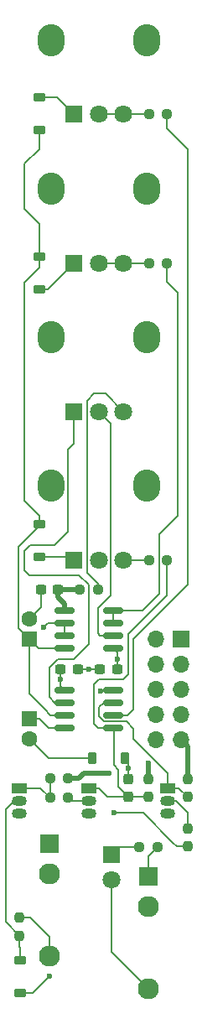
<source format=gbr>
%TF.GenerationSoftware,KiCad,Pcbnew,8.0.0*%
%TF.CreationDate,2024-08-25T22:12:22-07:00*%
%TF.ProjectId,adsr,61647372-2e6b-4696-9361-645f70636258,rev?*%
%TF.SameCoordinates,Original*%
%TF.FileFunction,Copper,L2,Bot*%
%TF.FilePolarity,Positive*%
%FSLAX46Y46*%
G04 Gerber Fmt 4.6, Leading zero omitted, Abs format (unit mm)*
G04 Created by KiCad (PCBNEW 8.0.0) date 2024-08-25 22:12:22*
%MOMM*%
%LPD*%
G01*
G04 APERTURE LIST*
G04 Aperture macros list*
%AMRoundRect*
0 Rectangle with rounded corners*
0 $1 Rounding radius*
0 $2 $3 $4 $5 $6 $7 $8 $9 X,Y pos of 4 corners*
0 Add a 4 corners polygon primitive as box body*
4,1,4,$2,$3,$4,$5,$6,$7,$8,$9,$2,$3,0*
0 Add four circle primitives for the rounded corners*
1,1,$1+$1,$2,$3*
1,1,$1+$1,$4,$5*
1,1,$1+$1,$6,$7*
1,1,$1+$1,$8,$9*
0 Add four rect primitives between the rounded corners*
20,1,$1+$1,$2,$3,$4,$5,0*
20,1,$1+$1,$4,$5,$6,$7,0*
20,1,$1+$1,$6,$7,$8,$9,0*
20,1,$1+$1,$8,$9,$2,$3,0*%
G04 Aperture macros list end*
%TA.AperFunction,ComponentPad*%
%ADD10R,1.930000X1.830000*%
%TD*%
%TA.AperFunction,ComponentPad*%
%ADD11C,2.130000*%
%TD*%
%TA.AperFunction,ComponentPad*%
%ADD12R,1.500000X1.050000*%
%TD*%
%TA.AperFunction,ComponentPad*%
%ADD13O,1.500000X1.050000*%
%TD*%
%TA.AperFunction,ComponentPad*%
%ADD14O,2.720000X3.240000*%
%TD*%
%TA.AperFunction,ComponentPad*%
%ADD15R,1.800000X1.800000*%
%TD*%
%TA.AperFunction,ComponentPad*%
%ADD16C,1.800000*%
%TD*%
%TA.AperFunction,ComponentPad*%
%ADD17R,1.600000X1.600000*%
%TD*%
%TA.AperFunction,ComponentPad*%
%ADD18C,1.600000*%
%TD*%
%TA.AperFunction,SMDPad,CuDef*%
%ADD19RoundRect,0.237500X-0.300000X-0.237500X0.300000X-0.237500X0.300000X0.237500X-0.300000X0.237500X0*%
%TD*%
%TA.AperFunction,ComponentPad*%
%ADD20R,1.700000X1.700000*%
%TD*%
%TA.AperFunction,ComponentPad*%
%ADD21O,1.700000X1.700000*%
%TD*%
%TA.AperFunction,SMDPad,CuDef*%
%ADD22RoundRect,0.237500X0.250000X0.237500X-0.250000X0.237500X-0.250000X-0.237500X0.250000X-0.237500X0*%
%TD*%
%TA.AperFunction,SMDPad,CuDef*%
%ADD23RoundRect,0.150000X0.825000X0.150000X-0.825000X0.150000X-0.825000X-0.150000X0.825000X-0.150000X0*%
%TD*%
%TA.AperFunction,SMDPad,CuDef*%
%ADD24RoundRect,0.225000X0.375000X-0.225000X0.375000X0.225000X-0.375000X0.225000X-0.375000X-0.225000X0*%
%TD*%
%TA.AperFunction,SMDPad,CuDef*%
%ADD25RoundRect,0.237500X0.237500X-0.300000X0.237500X0.300000X-0.237500X0.300000X-0.237500X-0.300000X0*%
%TD*%
%TA.AperFunction,SMDPad,CuDef*%
%ADD26RoundRect,0.237500X-0.250000X-0.237500X0.250000X-0.237500X0.250000X0.237500X-0.250000X0.237500X0*%
%TD*%
%TA.AperFunction,SMDPad,CuDef*%
%ADD27RoundRect,0.237500X-0.237500X0.250000X-0.237500X-0.250000X0.237500X-0.250000X0.237500X0.250000X0*%
%TD*%
%TA.AperFunction,SMDPad,CuDef*%
%ADD28RoundRect,0.237500X0.300000X0.237500X-0.300000X0.237500X-0.300000X-0.237500X0.300000X-0.237500X0*%
%TD*%
%TA.AperFunction,SMDPad,CuDef*%
%ADD29RoundRect,0.225000X-0.375000X0.225000X-0.375000X-0.225000X0.375000X-0.225000X0.375000X0.225000X0*%
%TD*%
%TA.AperFunction,SMDPad,CuDef*%
%ADD30RoundRect,0.237500X0.237500X-0.250000X0.237500X0.250000X-0.237500X0.250000X-0.237500X-0.250000X0*%
%TD*%
%TA.AperFunction,SMDPad,CuDef*%
%ADD31RoundRect,0.225000X0.225000X0.375000X-0.225000X0.375000X-0.225000X-0.375000X0.225000X-0.375000X0*%
%TD*%
%TA.AperFunction,ViaPad*%
%ADD32C,0.600000*%
%TD*%
%TA.AperFunction,Conductor*%
%ADD33C,0.200000*%
%TD*%
%TA.AperFunction,Conductor*%
%ADD34C,0.500000*%
%TD*%
G04 APERTURE END LIST*
D10*
%TO.P,J3,S*%
%TO.N,GND*%
X105000000Y-136900000D03*
D11*
%TO.P,J3,T*%
%TO.N,Net-(D6-A)*%
X105000000Y-148300000D03*
%TO.P,J3,TN*%
%TO.N,unconnected-(J3-PadTN)*%
X105000000Y-140000000D03*
%TD*%
D12*
%TO.P,Q3,1,C*%
%TO.N,Net-(Q3-C)*%
X107000000Y-128000000D03*
D13*
%TO.P,Q3,2,B*%
%TO.N,Net-(Q3-B)*%
X107000000Y-129270000D03*
%TO.P,Q3,3,E*%
%TO.N,GND*%
X107000000Y-130540000D03*
%TD*%
D14*
%TO.P,RV_REL1,*%
%TO.N,*%
X95200000Y-97500000D03*
X104800000Y-97500000D03*
D15*
%TO.P,RV_REL1,1,1*%
%TO.N,Net-(D3-K)*%
X97500000Y-105000000D03*
D16*
%TO.P,RV_REL1,2,2*%
%TO.N,Net-(R7-Pad2)*%
X100000000Y-105000000D03*
%TO.P,RV_REL1,3,3*%
X102500000Y-105000000D03*
%TD*%
D14*
%TO.P,RV_SUS1,*%
%TO.N,*%
X95200000Y-82500000D03*
X104800000Y-82500000D03*
D15*
%TO.P,RV_SUS1,1,1*%
%TO.N,Net-(U2-DIS)*%
X97500000Y-90000000D03*
D16*
%TO.P,RV_SUS1,2,2*%
%TO.N,Net-(U1A-+)*%
X100000000Y-90000000D03*
%TO.P,RV_SUS1,3,3*%
%TO.N,Net-(R9-Pad2)*%
X102500000Y-90000000D03*
%TD*%
D17*
%TO.P,C5,1*%
%TO.N,Net-(D3-A)*%
X92955112Y-112955112D03*
D18*
%TO.P,C5,2*%
%TO.N,GND*%
X92955112Y-110955112D03*
%TD*%
D15*
%TO.P,D6,1,K*%
%TO.N,Net-(D6-K)*%
X101275000Y-134725000D03*
D16*
%TO.P,D6,2,A*%
%TO.N,Net-(D6-A)*%
X101275000Y-137265000D03*
%TD*%
D17*
%TO.P,C4,1*%
%TO.N,Net-(U2-CV)*%
X92955112Y-121044886D03*
D18*
%TO.P,C4,2*%
%TO.N,GND*%
X92955112Y-123044886D03*
%TD*%
D14*
%TO.P,RV_DEC1,*%
%TO.N,*%
X95200000Y-67500000D03*
X104800000Y-67500000D03*
D15*
%TO.P,RV_DEC1,1,1*%
%TO.N,Net-(D5-K)*%
X97500000Y-75000000D03*
D16*
%TO.P,RV_DEC1,2,2*%
%TO.N,Net-(R10-Pad2)*%
X100000000Y-75000000D03*
%TO.P,RV_DEC1,3,3*%
X102500000Y-75000000D03*
%TD*%
D12*
%TO.P,Q2,1,C*%
%TO.N,Net-(Q2-C)*%
X99000000Y-128000000D03*
D13*
%TO.P,Q2,2,B*%
%TO.N,Net-(Q2-B)*%
X99000000Y-129270000D03*
%TO.P,Q2,3,E*%
%TO.N,GND*%
X99000000Y-130540000D03*
%TD*%
D12*
%TO.P,Q1,1,C*%
%TO.N,Net-(Q1-C)*%
X92000000Y-128000000D03*
D13*
%TO.P,Q1,2,B*%
%TO.N,Net-(D1-K)*%
X92000000Y-129270000D03*
%TO.P,Q1,3,E*%
%TO.N,GND*%
X92000000Y-130540000D03*
%TD*%
D10*
%TO.P,J1,S*%
%TO.N,GND*%
X95000000Y-133600000D03*
D11*
%TO.P,J1,T*%
%TO.N,Net-(J1-PadT)*%
X95000000Y-145000000D03*
%TO.P,J1,TN*%
%TO.N,GND*%
X95000000Y-136700000D03*
%TD*%
D14*
%TO.P,RV_ATT1,*%
%TO.N,*%
X95200000Y-52500000D03*
X104800000Y-52500000D03*
D15*
%TO.P,RV_ATT1,1,1*%
%TO.N,Net-(D4-A)*%
X97500000Y-60000000D03*
D16*
%TO.P,RV_ATT1,2,2*%
%TO.N,Net-(R8-Pad2)*%
X100000000Y-60000000D03*
%TO.P,RV_ATT1,3,3*%
X102500000Y-60000000D03*
%TD*%
D19*
%TO.P,C3,1*%
%TO.N,GND*%
X100137500Y-116000000D03*
%TO.P,C3,2*%
%TO.N,-12V*%
X101862500Y-116000000D03*
%TD*%
D20*
%TO.P,J2,1,Pin_1*%
%TO.N,-12V*%
X108275000Y-112925000D03*
D21*
%TO.P,J2,2,Pin_2*%
X105735000Y-112925000D03*
%TO.P,J2,3,Pin_3*%
%TO.N,GND*%
X108275000Y-115465000D03*
%TO.P,J2,4,Pin_4*%
X105735000Y-115465000D03*
%TO.P,J2,5,Pin_5*%
X108275000Y-118005000D03*
%TO.P,J2,6,Pin_6*%
X105735000Y-118005000D03*
%TO.P,J2,7,Pin_7*%
X108275000Y-120545000D03*
%TO.P,J2,8,Pin_8*%
X105735000Y-120545000D03*
%TO.P,J2,9,Pin_9*%
%TO.N,+12V*%
X108275000Y-123085000D03*
%TO.P,J2,10,Pin_10*%
X105735000Y-123085000D03*
%TD*%
D22*
%TO.P,R2,1*%
%TO.N,+12V*%
X96912500Y-127000000D03*
%TO.P,R2,2*%
%TO.N,Net-(Q1-C)*%
X95087500Y-127000000D03*
%TD*%
D23*
%TO.P,U1,1*%
%TO.N,Net-(U1A--)*%
X101475000Y-110095000D03*
%TO.P,U1,2,-*%
X101475000Y-111365000D03*
%TO.P,U1,3,+*%
%TO.N,Net-(U1A-+)*%
X101475000Y-112635000D03*
%TO.P,U1,4,V-*%
%TO.N,-12V*%
X101475000Y-113905000D03*
%TO.P,U1,5,+*%
%TO.N,Net-(D3-A)*%
X96525000Y-113905000D03*
%TO.P,U1,6,-*%
%TO.N,Net-(D6-A)*%
X96525000Y-112635000D03*
%TO.P,U1,7*%
X96525000Y-111365000D03*
%TO.P,U1,8,V+*%
%TO.N,+12V*%
X96525000Y-110095000D03*
%TD*%
D24*
%TO.P,D3,1,K*%
%TO.N,Net-(D3-K)*%
X94000000Y-104650000D03*
%TO.P,D3,2,A*%
%TO.N,Net-(D3-A)*%
X94000000Y-101350000D03*
%TD*%
D19*
%TO.P,C6,1*%
%TO.N,+12V*%
X96137500Y-116000000D03*
%TO.P,C6,2*%
%TO.N,GND*%
X97862500Y-116000000D03*
%TD*%
D22*
%TO.P,R8,1*%
%TO.N,Net-(U2-Q)*%
X106912500Y-60000000D03*
%TO.P,R8,2*%
%TO.N,Net-(R8-Pad2)*%
X105087500Y-60000000D03*
%TD*%
D25*
%TO.P,C1,1*%
%TO.N,Net-(Q2-C)*%
X103000000Y-128862500D03*
%TO.P,C1,2*%
%TO.N,Net-(D2-K)*%
X103000000Y-127137500D03*
%TD*%
D24*
%TO.P,D4,1,K*%
%TO.N,Net-(D3-A)*%
X94000000Y-61605000D03*
%TO.P,D4,2,A*%
%TO.N,Net-(D4-A)*%
X94000000Y-58305000D03*
%TD*%
D26*
%TO.P,R9,1*%
%TO.N,+12V*%
X98087500Y-108000000D03*
%TO.P,R9,2*%
%TO.N,Net-(R9-Pad2)*%
X99912500Y-108000000D03*
%TD*%
%TO.P,R11,1*%
%TO.N,Net-(D6-K)*%
X104087500Y-134000000D03*
%TO.P,R11,2*%
%TO.N,GND*%
X105912500Y-134000000D03*
%TD*%
D27*
%TO.P,R1,1*%
%TO.N,Net-(J1-PadT)*%
X92000000Y-141087500D03*
%TO.P,R1,2*%
%TO.N,Net-(D1-K)*%
X92000000Y-142912500D03*
%TD*%
D22*
%TO.P,R10,1*%
%TO.N,Net-(U1A--)*%
X106912500Y-75000000D03*
%TO.P,R10,2*%
%TO.N,Net-(R10-Pad2)*%
X105087500Y-75000000D03*
%TD*%
D24*
%TO.P,D5,1,K*%
%TO.N,Net-(D5-K)*%
X94022500Y-77627500D03*
%TO.P,D5,2,A*%
%TO.N,Net-(D3-A)*%
X94022500Y-74327500D03*
%TD*%
D28*
%TO.P,C2,1*%
%TO.N,+12V*%
X95862500Y-108000000D03*
%TO.P,C2,2*%
%TO.N,GND*%
X94137500Y-108000000D03*
%TD*%
D29*
%TO.P,D1,1,K*%
%TO.N,Net-(D1-K)*%
X92022500Y-145372500D03*
%TO.P,D1,2,A*%
%TO.N,GND*%
X92022500Y-148672500D03*
%TD*%
D30*
%TO.P,R5,1*%
%TO.N,Net-(D2-K)*%
X109000000Y-133912500D03*
%TO.P,R5,2*%
%TO.N,Net-(Q3-B)*%
X109000000Y-132087500D03*
%TD*%
D22*
%TO.P,R7,1*%
%TO.N,Net-(Q2-C)*%
X106912500Y-105000000D03*
%TO.P,R7,2*%
%TO.N,Net-(R7-Pad2)*%
X105087500Y-105000000D03*
%TD*%
D23*
%TO.P,U2,1,GND*%
%TO.N,GND*%
X101475000Y-118095000D03*
%TO.P,U2,2,TR*%
%TO.N,Net-(Q3-C)*%
X101475000Y-119365000D03*
%TO.P,U2,3,Q*%
%TO.N,Net-(U2-Q)*%
X101475000Y-120635000D03*
%TO.P,U2,4,R*%
%TO.N,Net-(Q2-C)*%
X101475000Y-121905000D03*
%TO.P,U2,5,CV*%
%TO.N,Net-(U2-CV)*%
X96525000Y-121905000D03*
%TO.P,U2,6,THR*%
%TO.N,Net-(D3-A)*%
X96525000Y-120635000D03*
%TO.P,U2,7,DIS*%
%TO.N,Net-(U2-DIS)*%
X96525000Y-119365000D03*
%TO.P,U2,8,VCC*%
%TO.N,+12V*%
X96525000Y-118095000D03*
%TD*%
D27*
%TO.P,R4,1*%
%TO.N,+12V*%
X105000000Y-127087500D03*
%TO.P,R4,2*%
%TO.N,Net-(Q2-C)*%
X105000000Y-128912500D03*
%TD*%
D31*
%TO.P,D2,1,K*%
%TO.N,Net-(D2-K)*%
X102650000Y-125000000D03*
%TO.P,D2,2,A*%
%TO.N,GND*%
X99350000Y-125000000D03*
%TD*%
D27*
%TO.P,R6,1*%
%TO.N,+12V*%
X109000000Y-127087500D03*
%TO.P,R6,2*%
%TO.N,Net-(Q3-C)*%
X109000000Y-128912500D03*
%TD*%
D26*
%TO.P,R3,1*%
%TO.N,Net-(Q1-C)*%
X95087500Y-129000000D03*
%TO.P,R3,2*%
%TO.N,Net-(Q2-B)*%
X96912500Y-129000000D03*
%TD*%
D32*
%TO.N,Net-(D2-K)*%
X103000000Y-126000000D03*
X101500000Y-130500000D03*
%TO.N,+12V*%
X97000000Y-108000000D03*
X105000000Y-125500000D03*
X101000000Y-126500000D03*
X96137500Y-117000000D03*
%TO.N,GND*%
X99000000Y-116000000D03*
X100174265Y-118174265D03*
X95000000Y-147000000D03*
%TO.N,-12V*%
X101862500Y-115000000D03*
%TO.N,Net-(D6-A)*%
X94400000Y-111800000D03*
%TD*%
D33*
%TO.N,Net-(U2-DIS)*%
X97500000Y-93220000D02*
X97500000Y-90000000D01*
X96860000Y-93860000D02*
X97500000Y-93220000D01*
%TO.N,Net-(R9-Pad2)*%
X100700000Y-88200000D02*
X102500000Y-90000000D01*
X99500000Y-88200000D02*
X100700000Y-88200000D01*
X99912500Y-107412500D02*
X98800000Y-106300000D01*
X99912500Y-108000000D02*
X99912500Y-107412500D01*
X98800000Y-106300000D02*
X98800000Y-88900000D01*
X98800000Y-88900000D02*
X99500000Y-88200000D01*
%TO.N,Net-(Q2-C)*%
X99500000Y-117500000D02*
X99500000Y-121500000D01*
X103000000Y-112500000D02*
X103000000Y-116500000D01*
X101500000Y-121930000D02*
X101500000Y-125651471D01*
X99000000Y-128000000D02*
X100000000Y-128000000D01*
X103000000Y-116500000D02*
X102500000Y-117000000D01*
X106912500Y-108587500D02*
X103000000Y-112500000D01*
X99905000Y-121905000D02*
X101475000Y-121905000D01*
X103000000Y-128862500D02*
X104950000Y-128862500D01*
X102000000Y-127862500D02*
X103000000Y-128862500D01*
X106912500Y-105000000D02*
X106912500Y-108587500D01*
X99500000Y-121500000D02*
X99905000Y-121905000D01*
X101500000Y-125651471D02*
X102000000Y-126151471D01*
X100862500Y-128862500D02*
X103000000Y-128862500D01*
X104950000Y-128862500D02*
X105000000Y-128912500D01*
X100000000Y-117000000D02*
X99500000Y-117500000D01*
X102000000Y-126151471D02*
X102000000Y-127862500D01*
X101475000Y-121905000D02*
X101500000Y-121930000D01*
X100000000Y-128000000D02*
X100862500Y-128862500D01*
X102500000Y-117000000D02*
X100000000Y-117000000D01*
%TO.N,Net-(D2-K)*%
X109000000Y-133912500D02*
X107912500Y-133912500D01*
X103000000Y-127137500D02*
X103000000Y-126000000D01*
X107500000Y-133500000D02*
X104500000Y-130500000D01*
X103000000Y-125350000D02*
X102650000Y-125000000D01*
X103000000Y-126000000D02*
X103000000Y-125350000D01*
X107912500Y-133912500D02*
X107500000Y-133500000D01*
X104500000Y-130500000D02*
X101500000Y-130500000D01*
D34*
%TO.N,+12V*%
X95862500Y-108762500D02*
X95862500Y-108000000D01*
X95862500Y-108000000D02*
X97000000Y-108000000D01*
D33*
X96525000Y-118095000D02*
X96137500Y-117707500D01*
D34*
X98000000Y-127000000D02*
X96912500Y-127000000D01*
X109000000Y-123810000D02*
X108275000Y-123085000D01*
D33*
X96137500Y-117707500D02*
X96137500Y-116000000D01*
D34*
X105000000Y-125500000D02*
X105000000Y-127087500D01*
X109000000Y-127087500D02*
X109000000Y-123810000D01*
X98087500Y-108000000D02*
X97000000Y-108000000D01*
X98500000Y-126500000D02*
X98000000Y-127000000D01*
X96525000Y-109425000D02*
X95862500Y-108762500D01*
X96525000Y-110095000D02*
X96525000Y-109425000D01*
X101000000Y-126500000D02*
X98500000Y-126500000D01*
D33*
%TO.N,GND*%
X93327500Y-148672500D02*
X95000000Y-147000000D01*
X100137500Y-116000000D02*
X99000000Y-116000000D01*
X97862500Y-116000000D02*
X99000000Y-116000000D01*
X100174265Y-118174265D02*
X100253530Y-118095000D01*
X94137500Y-109772724D02*
X92955112Y-110955112D01*
X105000000Y-136900000D02*
X105000000Y-134912500D01*
X100253530Y-118095000D02*
X101475000Y-118095000D01*
X94910226Y-125000000D02*
X92955112Y-123044886D01*
X94137500Y-108000000D02*
X94137500Y-109772724D01*
X92022500Y-148672500D02*
X93327500Y-148672500D01*
X99350000Y-125000000D02*
X94910226Y-125000000D01*
X105000000Y-134912500D02*
X105912500Y-134000000D01*
%TO.N,-12V*%
X101862500Y-116000000D02*
X101862500Y-114292500D01*
X101862500Y-114292500D02*
X101475000Y-113905000D01*
%TO.N,Net-(U2-CV)*%
X93955112Y-121044886D02*
X92955112Y-121044886D01*
X96525000Y-121905000D02*
X94905000Y-121905000D01*
X94000000Y-121000000D02*
X93955112Y-121044886D01*
X94905000Y-121905000D02*
X94000000Y-121000000D01*
%TO.N,Net-(D3-A)*%
X95135000Y-120635000D02*
X94500000Y-120000000D01*
X94022500Y-75477500D02*
X92500000Y-77000000D01*
X94000000Y-101500000D02*
X94000000Y-101350000D01*
X91855112Y-103644888D02*
X94000000Y-101500000D01*
X94000000Y-100500000D02*
X94000000Y-101350000D01*
X94022500Y-71022500D02*
X92500000Y-69500000D01*
X92955112Y-112955112D02*
X91855112Y-111855112D01*
X92955112Y-118455112D02*
X94500000Y-120000000D01*
X91855112Y-111855112D02*
X91855112Y-103644888D01*
X94022500Y-74327500D02*
X94022500Y-75477500D01*
X94000000Y-63500000D02*
X94000000Y-61605000D01*
X92500000Y-77000000D02*
X92500000Y-99000000D01*
X94022500Y-74327500D02*
X94022500Y-71022500D01*
X92500000Y-99000000D02*
X94000000Y-100500000D01*
X92955112Y-112955112D02*
X92955112Y-118455112D01*
X92500000Y-65000000D02*
X94000000Y-63500000D01*
X92500000Y-69500000D02*
X92500000Y-65000000D01*
X96525000Y-113905000D02*
X93905000Y-113905000D01*
X96525000Y-120635000D02*
X95135000Y-120635000D01*
X93905000Y-113905000D02*
X92955112Y-112955112D01*
%TO.N,Net-(D1-K)*%
X92000000Y-144000000D02*
X92022500Y-144022500D01*
X92022500Y-144022500D02*
X92022500Y-145372500D01*
X92000000Y-142912500D02*
X92000000Y-144000000D01*
X90600000Y-130170000D02*
X90600000Y-141512500D01*
X91500000Y-129270000D02*
X90600000Y-130170000D01*
X90600000Y-141512500D02*
X92000000Y-142912500D01*
X92000000Y-129270000D02*
X91500000Y-129270000D01*
%TO.N,Net-(D3-K)*%
X97150000Y-104650000D02*
X97500000Y-105000000D01*
X94000000Y-104650000D02*
X97150000Y-104650000D01*
%TO.N,Net-(D4-A)*%
X94000000Y-58305000D02*
X95805000Y-58305000D01*
X95805000Y-58305000D02*
X97500000Y-60000000D01*
%TO.N,Net-(D5-K)*%
X94022500Y-77627500D02*
X94872500Y-77627500D01*
X94872500Y-77627500D02*
X97500000Y-75000000D01*
%TO.N,Net-(D6-K)*%
X104087500Y-134000000D02*
X102000000Y-134000000D01*
X102000000Y-134000000D02*
X101275000Y-134725000D01*
%TO.N,Net-(D6-A)*%
X101275000Y-144575000D02*
X105000000Y-148300000D01*
X94835000Y-111365000D02*
X96525000Y-111365000D01*
X94400000Y-111800000D02*
X94835000Y-111365000D01*
X101275000Y-137265000D02*
X101275000Y-144575000D01*
X96525000Y-111365000D02*
X96525000Y-112635000D01*
%TO.N,Net-(J1-PadT)*%
X95000000Y-143000000D02*
X95000000Y-145000000D01*
X93087500Y-141087500D02*
X95000000Y-143000000D01*
X92000000Y-141087500D02*
X93087500Y-141087500D01*
%TO.N,Net-(Q1-C)*%
X94087500Y-128000000D02*
X92000000Y-128000000D01*
X95087500Y-129000000D02*
X94087500Y-128000000D01*
X95087500Y-129000000D02*
X95087500Y-127000000D01*
%TO.N,Net-(Q2-B)*%
X97182500Y-129270000D02*
X96912500Y-129000000D01*
X99000000Y-129270000D02*
X97182500Y-129270000D01*
%TO.N,Net-(Q3-C)*%
X107000000Y-126500000D02*
X107000000Y-128000000D01*
X103500000Y-122000000D02*
X103500000Y-123000000D01*
X100000000Y-119865001D02*
X100000000Y-120775552D01*
X100500001Y-119365000D02*
X100000000Y-119865001D01*
X101475000Y-119365000D02*
X100500001Y-119365000D01*
X100000000Y-120775552D02*
X100529448Y-121305000D01*
X102805000Y-121305000D02*
X103500000Y-122000000D01*
X108087500Y-128000000D02*
X107000000Y-128000000D01*
X109000000Y-128912500D02*
X108087500Y-128000000D01*
X100529448Y-121305000D02*
X102805000Y-121305000D01*
X103500000Y-123000000D02*
X107000000Y-126500000D01*
%TO.N,Net-(Q3-B)*%
X107770000Y-129270000D02*
X109000000Y-130500000D01*
X109000000Y-130500000D02*
X109000000Y-132087500D01*
X107000000Y-129270000D02*
X107770000Y-129270000D01*
%TO.N,Net-(R7-Pad2)*%
X102500000Y-105000000D02*
X105087500Y-105000000D01*
%TO.N,Net-(U2-Q)*%
X103500000Y-113000000D02*
X103500000Y-120042500D01*
X102907500Y-120635000D02*
X101475000Y-120635000D01*
X103500000Y-120042500D02*
X102907500Y-120635000D01*
X106912500Y-61412500D02*
X109000000Y-63500000D01*
X109000000Y-107500000D02*
X103500000Y-113000000D01*
X109000000Y-63500000D02*
X109000000Y-107500000D01*
X106912500Y-60000000D02*
X106912500Y-61412500D01*
%TO.N,Net-(R8-Pad2)*%
X100000000Y-60000000D02*
X102500000Y-60000000D01*
X102500000Y-60000000D02*
X105087500Y-60000000D01*
%TO.N,Net-(U1A--)*%
X106912500Y-75000000D02*
X106912500Y-76912500D01*
X108000000Y-78000000D02*
X108000000Y-100500000D01*
X101475000Y-111365000D02*
X101475000Y-110095000D01*
X108000000Y-100500000D02*
X106125000Y-102375000D01*
X106125000Y-102375000D02*
X106125000Y-108375000D01*
X106912500Y-76912500D02*
X108000000Y-78000000D01*
X104405000Y-110095000D02*
X101475000Y-110095000D01*
X106125000Y-108375000D02*
X104405000Y-110095000D01*
%TO.N,Net-(R10-Pad2)*%
X102500000Y-75000000D02*
X105087500Y-75000000D01*
X100000000Y-75000000D02*
X102500000Y-75000000D01*
%TO.N,Net-(U1A-+)*%
X101200000Y-91200000D02*
X100000000Y-90000000D01*
X99900000Y-109850000D02*
X101200000Y-108550000D01*
X100135000Y-112635000D02*
X99900000Y-112400000D01*
X101475000Y-112635000D02*
X100135000Y-112635000D01*
X101200000Y-108550000D02*
X101200000Y-91200000D01*
X99900000Y-112400000D02*
X99900000Y-109850000D01*
%TO.N,Net-(U2-DIS)*%
X95000000Y-118814999D02*
X95550001Y-119365000D01*
X93000000Y-106500000D02*
X98000000Y-106500000D01*
X92500000Y-106000000D02*
X93000000Y-106500000D01*
X95550001Y-119365000D02*
X96525000Y-119365000D01*
X92500000Y-104100000D02*
X92500000Y-106000000D01*
X95000000Y-115833278D02*
X95000000Y-118814999D01*
X93100000Y-103500000D02*
X92500000Y-104100000D01*
X96860000Y-102140000D02*
X95500000Y-103500000D01*
X97500000Y-115000000D02*
X95833278Y-115000000D01*
X99000000Y-107500000D02*
X99000000Y-113500000D01*
X98000000Y-106500000D02*
X99000000Y-107500000D01*
X96860000Y-93860000D02*
X96860000Y-102140000D01*
X95500000Y-103500000D02*
X93100000Y-103500000D01*
X99000000Y-113500000D02*
X97500000Y-115000000D01*
X95833278Y-115000000D02*
X95000000Y-115833278D01*
%TD*%
M02*

</source>
